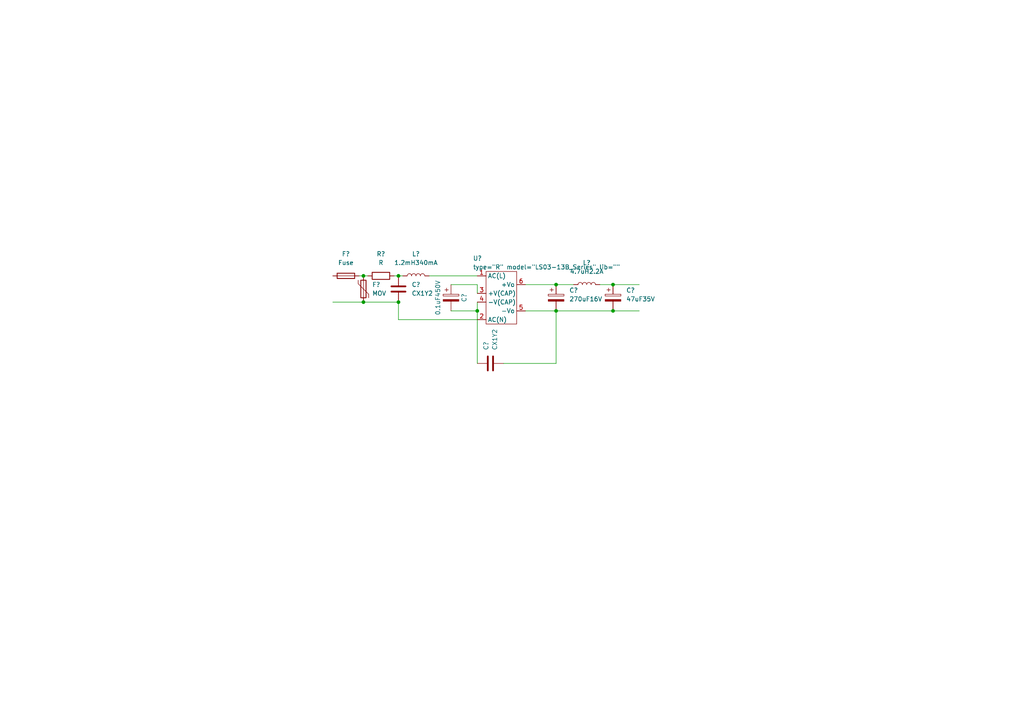
<source format=kicad_sch>
(kicad_sch (version 20211123) (generator eeschema)

  (uuid 5351dcba-0af2-4735-b476-123c2e2acf45)

  (paper "A4")

  (lib_symbols
    (symbol "Converter_ACDC:LS03-13B_Series" (in_bom yes) (on_board yes)
      (property "Reference" "U" (id 0) (at -7.62 -6.35 0)
        (effects (font (size 1.27 1.27)))
      )
      (property "Value" "LS03-13B_Series" (id 1) (at -12.7 8.89 0)
        (effects (font (size 1.27 1.27)))
      )
      (property "Footprint" "Converter_ACDC:Converter_ACDC_Mornsun_LS03-13B_series" (id 2) (at -17.78 20.32 0)
        (effects (font (size 1.27 1.27)) hide)
      )
      (property "Datasheet" "https://www.mornsun-power.com/html/pdf/LS03-13B15R3.html" (id 3) (at -15.24 16.51 0)
        (effects (font (size 1.27 1.27)) hide)
      )
      (property "Spice_Primitive" "R" (id 4) (at -7.62 -11.43 0)
        (effects (font (size 1.27 1.27)) hide)
      )
      (property "Spice_Netlist_Enabled" "N" (id 5) (at -7.62 -8.89 0)
        (effects (font (size 1.27 1.27)) hide)
      )
      (property "Link" "https://www.digikey.com/en/products/detail/mornsun-america-llc/LS03-13B15R3/13531044" (id 6) (at -16.51 12.7 0)
        (effects (font (size 1.27 1.27)) hide)
      )
      (symbol "LS03-13B_Series_0_1"
        (rectangle (start -17.78 7.62) (end -8.89 -7.62)
          (stroke (width 0) (type default) (color 0 0 0 0))
          (fill (type none))
        )
      )
      (symbol "LS03-13B_Series_1_1"
        (pin power_in line (at -20.32 6.35 0) (length 2.54)
          (name "AC(L)" (effects (font (size 1.27 1.27))))
          (number "1" (effects (font (size 1.27 1.27))))
        )
        (pin power_in line (at -20.32 -6.35 0) (length 2.54)
          (name "AC(N)" (effects (font (size 1.27 1.27))))
          (number "2" (effects (font (size 1.27 1.27))))
        )
        (pin passive line (at -20.32 1.27 0) (length 2.54)
          (name "+V(CAP)" (effects (font (size 1.27 1.27))))
          (number "3" (effects (font (size 1.27 1.27))))
        )
        (pin passive line (at -20.32 -1.27 0) (length 2.54)
          (name "-V(CAP)" (effects (font (size 1.27 1.27))))
          (number "4" (effects (font (size 1.27 1.27))))
        )
        (pin power_out line (at -6.35 -3.81 180) (length 2.54)
          (name "-Vo" (effects (font (size 1.27 1.27))))
          (number "5" (effects (font (size 1.27 1.27))))
        )
        (pin power_out line (at -6.35 3.81 180) (length 2.54)
          (name "+Vo" (effects (font (size 1.27 1.27))))
          (number "6" (effects (font (size 1.27 1.27))))
        )
      )
    )
    (symbol "Device:C" (pin_numbers hide) (pin_names (offset 0.254)) (in_bom yes) (on_board yes)
      (property "Reference" "C" (id 0) (at 0.635 2.54 0)
        (effects (font (size 1.27 1.27)) (justify left))
      )
      (property "Value" "C" (id 1) (at 0.635 -2.54 0)
        (effects (font (size 1.27 1.27)) (justify left))
      )
      (property "Footprint" "" (id 2) (at 0.9652 -3.81 0)
        (effects (font (size 1.27 1.27)) hide)
      )
      (property "Datasheet" "~" (id 3) (at 0 0 0)
        (effects (font (size 1.27 1.27)) hide)
      )
      (property "ki_keywords" "cap capacitor" (id 4) (at 0 0 0)
        (effects (font (size 1.27 1.27)) hide)
      )
      (property "ki_description" "Unpolarized capacitor" (id 5) (at 0 0 0)
        (effects (font (size 1.27 1.27)) hide)
      )
      (property "ki_fp_filters" "C_*" (id 6) (at 0 0 0)
        (effects (font (size 1.27 1.27)) hide)
      )
      (symbol "C_0_1"
        (polyline
          (pts
            (xy -2.032 -0.762)
            (xy 2.032 -0.762)
          )
          (stroke (width 0.508) (type default) (color 0 0 0 0))
          (fill (type none))
        )
        (polyline
          (pts
            (xy -2.032 0.762)
            (xy 2.032 0.762)
          )
          (stroke (width 0.508) (type default) (color 0 0 0 0))
          (fill (type none))
        )
      )
      (symbol "C_1_1"
        (pin passive line (at 0 3.81 270) (length 2.794)
          (name "~" (effects (font (size 1.27 1.27))))
          (number "1" (effects (font (size 1.27 1.27))))
        )
        (pin passive line (at 0 -3.81 90) (length 2.794)
          (name "~" (effects (font (size 1.27 1.27))))
          (number "2" (effects (font (size 1.27 1.27))))
        )
      )
    )
    (symbol "Device:C_Polarized" (pin_numbers hide) (pin_names (offset 0.254)) (in_bom yes) (on_board yes)
      (property "Reference" "C" (id 0) (at 0.635 2.54 0)
        (effects (font (size 1.27 1.27)) (justify left))
      )
      (property "Value" "C_Polarized" (id 1) (at 0.635 -2.54 0)
        (effects (font (size 1.27 1.27)) (justify left))
      )
      (property "Footprint" "" (id 2) (at 0.9652 -3.81 0)
        (effects (font (size 1.27 1.27)) hide)
      )
      (property "Datasheet" "~" (id 3) (at 0 0 0)
        (effects (font (size 1.27 1.27)) hide)
      )
      (property "ki_keywords" "cap capacitor" (id 4) (at 0 0 0)
        (effects (font (size 1.27 1.27)) hide)
      )
      (property "ki_description" "Polarized capacitor" (id 5) (at 0 0 0)
        (effects (font (size 1.27 1.27)) hide)
      )
      (property "ki_fp_filters" "CP_*" (id 6) (at 0 0 0)
        (effects (font (size 1.27 1.27)) hide)
      )
      (symbol "C_Polarized_0_1"
        (rectangle (start -2.286 0.508) (end 2.286 1.016)
          (stroke (width 0) (type default) (color 0 0 0 0))
          (fill (type none))
        )
        (polyline
          (pts
            (xy -1.778 2.286)
            (xy -0.762 2.286)
          )
          (stroke (width 0) (type default) (color 0 0 0 0))
          (fill (type none))
        )
        (polyline
          (pts
            (xy -1.27 2.794)
            (xy -1.27 1.778)
          )
          (stroke (width 0) (type default) (color 0 0 0 0))
          (fill (type none))
        )
        (rectangle (start 2.286 -0.508) (end -2.286 -1.016)
          (stroke (width 0) (type default) (color 0 0 0 0))
          (fill (type outline))
        )
      )
      (symbol "C_Polarized_1_1"
        (pin passive line (at 0 3.81 270) (length 2.794)
          (name "~" (effects (font (size 1.27 1.27))))
          (number "1" (effects (font (size 1.27 1.27))))
        )
        (pin passive line (at 0 -3.81 90) (length 2.794)
          (name "~" (effects (font (size 1.27 1.27))))
          (number "2" (effects (font (size 1.27 1.27))))
        )
      )
    )
    (symbol "Device:Fuse" (pin_numbers hide) (pin_names (offset 0)) (in_bom yes) (on_board yes)
      (property "Reference" "F" (id 0) (at 2.032 0 90)
        (effects (font (size 1.27 1.27)))
      )
      (property "Value" "Fuse" (id 1) (at -1.905 0 90)
        (effects (font (size 1.27 1.27)))
      )
      (property "Footprint" "" (id 2) (at -1.778 0 90)
        (effects (font (size 1.27 1.27)) hide)
      )
      (property "Datasheet" "~" (id 3) (at 0 0 0)
        (effects (font (size 1.27 1.27)) hide)
      )
      (property "ki_keywords" "fuse" (id 4) (at 0 0 0)
        (effects (font (size 1.27 1.27)) hide)
      )
      (property "ki_description" "Fuse" (id 5) (at 0 0 0)
        (effects (font (size 1.27 1.27)) hide)
      )
      (property "ki_fp_filters" "*Fuse*" (id 6) (at 0 0 0)
        (effects (font (size 1.27 1.27)) hide)
      )
      (symbol "Fuse_0_1"
        (rectangle (start -0.762 -2.54) (end 0.762 2.54)
          (stroke (width 0.254) (type default) (color 0 0 0 0))
          (fill (type none))
        )
        (polyline
          (pts
            (xy 0 2.54)
            (xy 0 -2.54)
          )
          (stroke (width 0) (type default) (color 0 0 0 0))
          (fill (type none))
        )
      )
      (symbol "Fuse_1_1"
        (pin passive line (at 0 3.81 270) (length 1.27)
          (name "~" (effects (font (size 1.27 1.27))))
          (number "1" (effects (font (size 1.27 1.27))))
        )
        (pin passive line (at 0 -3.81 90) (length 1.27)
          (name "~" (effects (font (size 1.27 1.27))))
          (number "2" (effects (font (size 1.27 1.27))))
        )
      )
    )
    (symbol "Device:L" (pin_numbers hide) (pin_names (offset 1.016) hide) (in_bom yes) (on_board yes)
      (property "Reference" "L" (id 0) (at -1.27 0 90)
        (effects (font (size 1.27 1.27)))
      )
      (property "Value" "L" (id 1) (at 1.905 0 90)
        (effects (font (size 1.27 1.27)))
      )
      (property "Footprint" "" (id 2) (at 0 0 0)
        (effects (font (size 1.27 1.27)) hide)
      )
      (property "Datasheet" "~" (id 3) (at 0 0 0)
        (effects (font (size 1.27 1.27)) hide)
      )
      (property "ki_keywords" "inductor choke coil reactor magnetic" (id 4) (at 0 0 0)
        (effects (font (size 1.27 1.27)) hide)
      )
      (property "ki_description" "Inductor" (id 5) (at 0 0 0)
        (effects (font (size 1.27 1.27)) hide)
      )
      (property "ki_fp_filters" "Choke_* *Coil* Inductor_* L_*" (id 6) (at 0 0 0)
        (effects (font (size 1.27 1.27)) hide)
      )
      (symbol "L_0_1"
        (arc (start 0 -2.54) (mid 0.635 -1.905) (end 0 -1.27)
          (stroke (width 0) (type default) (color 0 0 0 0))
          (fill (type none))
        )
        (arc (start 0 -1.27) (mid 0.635 -0.635) (end 0 0)
          (stroke (width 0) (type default) (color 0 0 0 0))
          (fill (type none))
        )
        (arc (start 0 0) (mid 0.635 0.635) (end 0 1.27)
          (stroke (width 0) (type default) (color 0 0 0 0))
          (fill (type none))
        )
        (arc (start 0 1.27) (mid 0.635 1.905) (end 0 2.54)
          (stroke (width 0) (type default) (color 0 0 0 0))
          (fill (type none))
        )
      )
      (symbol "L_1_1"
        (pin passive line (at 0 3.81 270) (length 1.27)
          (name "1" (effects (font (size 1.27 1.27))))
          (number "1" (effects (font (size 1.27 1.27))))
        )
        (pin passive line (at 0 -3.81 90) (length 1.27)
          (name "2" (effects (font (size 1.27 1.27))))
          (number "2" (effects (font (size 1.27 1.27))))
        )
      )
    )
    (symbol "Device:Polyfuse" (pin_numbers hide) (pin_names (offset 0)) (in_bom yes) (on_board yes)
      (property "Reference" "F" (id 0) (at -2.54 0 90)
        (effects (font (size 1.27 1.27)))
      )
      (property "Value" "Polyfuse" (id 1) (at 2.54 0 90)
        (effects (font (size 1.27 1.27)))
      )
      (property "Footprint" "" (id 2) (at 1.27 -5.08 0)
        (effects (font (size 1.27 1.27)) (justify left) hide)
      )
      (property "Datasheet" "~" (id 3) (at 0 0 0)
        (effects (font (size 1.27 1.27)) hide)
      )
      (property "ki_keywords" "resettable fuse PTC PPTC polyfuse polyswitch" (id 4) (at 0 0 0)
        (effects (font (size 1.27 1.27)) hide)
      )
      (property "ki_description" "Resettable fuse, polymeric positive temperature coefficient" (id 5) (at 0 0 0)
        (effects (font (size 1.27 1.27)) hide)
      )
      (property "ki_fp_filters" "*polyfuse* *PTC*" (id 6) (at 0 0 0)
        (effects (font (size 1.27 1.27)) hide)
      )
      (symbol "Polyfuse_0_1"
        (rectangle (start -0.762 2.54) (end 0.762 -2.54)
          (stroke (width 0.254) (type default) (color 0 0 0 0))
          (fill (type none))
        )
        (polyline
          (pts
            (xy 0 2.54)
            (xy 0 -2.54)
          )
          (stroke (width 0) (type default) (color 0 0 0 0))
          (fill (type none))
        )
        (polyline
          (pts
            (xy -1.524 2.54)
            (xy -1.524 1.524)
            (xy 1.524 -1.524)
            (xy 1.524 -2.54)
          )
          (stroke (width 0) (type default) (color 0 0 0 0))
          (fill (type none))
        )
      )
      (symbol "Polyfuse_1_1"
        (pin passive line (at 0 3.81 270) (length 1.27)
          (name "~" (effects (font (size 1.27 1.27))))
          (number "1" (effects (font (size 1.27 1.27))))
        )
        (pin passive line (at 0 -3.81 90) (length 1.27)
          (name "~" (effects (font (size 1.27 1.27))))
          (number "2" (effects (font (size 1.27 1.27))))
        )
      )
    )
    (symbol "Device:R" (pin_numbers hide) (pin_names (offset 0)) (in_bom yes) (on_board yes)
      (property "Reference" "R" (id 0) (at 2.032 0 90)
        (effects (font (size 1.27 1.27)))
      )
      (property "Value" "R" (id 1) (at 0 0 90)
        (effects (font (size 1.27 1.27)))
      )
      (property "Footprint" "" (id 2) (at -1.778 0 90)
        (effects (font (size 1.27 1.27)) hide)
      )
      (property "Datasheet" "~" (id 3) (at 0 0 0)
        (effects (font (size 1.27 1.27)) hide)
      )
      (property "ki_keywords" "R res resistor" (id 4) (at 0 0 0)
        (effects (font (size 1.27 1.27)) hide)
      )
      (property "ki_description" "Resistor" (id 5) (at 0 0 0)
        (effects (font (size 1.27 1.27)) hide)
      )
      (property "ki_fp_filters" "R_*" (id 6) (at 0 0 0)
        (effects (font (size 1.27 1.27)) hide)
      )
      (symbol "R_0_1"
        (rectangle (start -1.016 -2.54) (end 1.016 2.54)
          (stroke (width 0.254) (type default) (color 0 0 0 0))
          (fill (type none))
        )
      )
      (symbol "R_1_1"
        (pin passive line (at 0 3.81 270) (length 1.27)
          (name "~" (effects (font (size 1.27 1.27))))
          (number "1" (effects (font (size 1.27 1.27))))
        )
        (pin passive line (at 0 -3.81 90) (length 1.27)
          (name "~" (effects (font (size 1.27 1.27))))
          (number "2" (effects (font (size 1.27 1.27))))
        )
      )
    )
  )

  (junction (at 161.29 90.17) (diameter 0) (color 0 0 0 0)
    (uuid 0cfb2560-da52-4013-9806-f6f00d5b2289)
  )
  (junction (at 115.57 87.63) (diameter 0) (color 0 0 0 0)
    (uuid 31b63802-50ef-4b2a-a3f7-303cef573763)
  )
  (junction (at 177.8 90.17) (diameter 0) (color 0 0 0 0)
    (uuid 3f963920-a1b8-436b-b1d1-a1baaa1473c8)
  )
  (junction (at 161.29 82.55) (diameter 0) (color 0 0 0 0)
    (uuid 43cf2b5b-1992-4b98-a0fa-c3415c358618)
  )
  (junction (at 177.8 82.55) (diameter 0) (color 0 0 0 0)
    (uuid 6912bf5c-48ae-43de-bc31-5035f6de7243)
  )
  (junction (at 105.41 80.01) (diameter 0) (color 0 0 0 0)
    (uuid 74764cd9-f919-4ef8-a8f4-7d3e7d47e0be)
  )
  (junction (at 138.43 90.17) (diameter 0) (color 0 0 0 0)
    (uuid 97099c7a-9bbe-4f7a-9dc3-88d206e052c4)
  )
  (junction (at 115.57 80.01) (diameter 0) (color 0 0 0 0)
    (uuid 98b7cfa6-8153-4f4e-bdfc-9b7194d314cf)
  )
  (junction (at 105.41 87.63) (diameter 0) (color 0 0 0 0)
    (uuid f29a8a32-7b36-4aed-a462-2c83e2d9b8d3)
  )

  (wire (pts (xy 138.43 87.63) (xy 138.43 90.17))
    (stroke (width 0) (type default) (color 0 0 0 0))
    (uuid 0fc43d62-0505-47e0-bcd5-9729dcd7f6d0)
  )
  (wire (pts (xy 152.4 82.55) (xy 161.29 82.55))
    (stroke (width 0) (type default) (color 0 0 0 0))
    (uuid 1256a80e-88d9-44d7-82b6-9001e34c45c4)
  )
  (wire (pts (xy 116.84 80.01) (xy 115.57 80.01))
    (stroke (width 0) (type default) (color 0 0 0 0))
    (uuid 16b231d7-b9d4-4177-a9a6-63dd3e97768a)
  )
  (wire (pts (xy 105.41 87.63) (xy 115.57 87.63))
    (stroke (width 0) (type default) (color 0 0 0 0))
    (uuid 17013614-3290-4eb5-8d9a-c81f67195cc5)
  )
  (wire (pts (xy 146.05 105.41) (xy 161.29 105.41))
    (stroke (width 0) (type default) (color 0 0 0 0))
    (uuid 1ecccdd1-9e88-4392-aa86-bae8edfb8b63)
  )
  (wire (pts (xy 177.8 90.17) (xy 185.42 90.17))
    (stroke (width 0) (type default) (color 0 0 0 0))
    (uuid 284d29c5-8e8b-411c-b679-43793d070642)
  )
  (wire (pts (xy 96.52 87.63) (xy 105.41 87.63))
    (stroke (width 0) (type default) (color 0 0 0 0))
    (uuid 35e11628-7b19-4f5a-bbf6-7106dc26f4de)
  )
  (wire (pts (xy 161.29 90.17) (xy 177.8 90.17))
    (stroke (width 0) (type default) (color 0 0 0 0))
    (uuid 431b8317-0521-4853-9c8a-a9108749bb4b)
  )
  (wire (pts (xy 130.81 82.55) (xy 138.43 82.55))
    (stroke (width 0) (type default) (color 0 0 0 0))
    (uuid 4970e29f-d8cd-40a2-abbd-f11f2c8790d0)
  )
  (wire (pts (xy 138.43 92.71) (xy 115.57 92.71))
    (stroke (width 0) (type default) (color 0 0 0 0))
    (uuid 4a946e82-75cd-4757-b2d3-feac8dc1c785)
  )
  (wire (pts (xy 161.29 82.55) (xy 166.37 82.55))
    (stroke (width 0) (type default) (color 0 0 0 0))
    (uuid 4f1b274c-812a-4512-8225-1735439c0fa9)
  )
  (wire (pts (xy 104.14 80.01) (xy 105.41 80.01))
    (stroke (width 0) (type default) (color 0 0 0 0))
    (uuid 5be840f9-a4ff-48ff-92ab-333689b036f6)
  )
  (wire (pts (xy 177.8 82.55) (xy 185.42 82.55))
    (stroke (width 0) (type default) (color 0 0 0 0))
    (uuid 6263a6a7-6d6a-4c09-971b-07bef7f4e627)
  )
  (wire (pts (xy 161.29 105.41) (xy 161.29 90.17))
    (stroke (width 0) (type default) (color 0 0 0 0))
    (uuid 62f965a5-2813-42c4-bab0-447ff264928b)
  )
  (wire (pts (xy 152.4 90.17) (xy 161.29 90.17))
    (stroke (width 0) (type default) (color 0 0 0 0))
    (uuid 6929c0b4-f877-4780-8618-befd4f823f32)
  )
  (wire (pts (xy 124.46 80.01) (xy 138.43 80.01))
    (stroke (width 0) (type default) (color 0 0 0 0))
    (uuid 6ad184bb-e555-4ec6-927f-781cd197326b)
  )
  (wire (pts (xy 130.81 90.17) (xy 138.43 90.17))
    (stroke (width 0) (type default) (color 0 0 0 0))
    (uuid 873ecb98-fbe3-4440-b4a5-01213cac00fe)
  )
  (wire (pts (xy 138.43 90.17) (xy 138.43 105.41))
    (stroke (width 0) (type default) (color 0 0 0 0))
    (uuid 9769bda2-b45f-4471-99d9-9fb39214ae76)
  )
  (wire (pts (xy 138.43 85.09) (xy 138.43 82.55))
    (stroke (width 0) (type default) (color 0 0 0 0))
    (uuid bbdfd759-e28d-4009-900d-73ae966290c6)
  )
  (wire (pts (xy 115.57 92.71) (xy 115.57 87.63))
    (stroke (width 0) (type default) (color 0 0 0 0))
    (uuid bcfcc0a8-fa52-4804-9162-b79bc6498528)
  )
  (wire (pts (xy 115.57 80.01) (xy 114.3 80.01))
    (stroke (width 0) (type default) (color 0 0 0 0))
    (uuid bdde1417-5fbf-48f4-9a66-0068ea7cc27b)
  )
  (wire (pts (xy 105.41 80.01) (xy 106.68 80.01))
    (stroke (width 0) (type default) (color 0 0 0 0))
    (uuid c6882d8f-3281-47f3-8635-b5e4d1e3e926)
  )
  (wire (pts (xy 173.99 82.55) (xy 177.8 82.55))
    (stroke (width 0) (type default) (color 0 0 0 0))
    (uuid f5cd78fb-f7f5-421f-a72b-0b9a8c1f43d8)
  )

  (symbol (lib_id "Device:Fuse") (at 100.33 80.01 90) (unit 1)
    (in_bom yes) (on_board yes) (fields_autoplaced)
    (uuid 11a21cdf-5321-49ea-af3d-694e3555d343)
    (property "Reference" "F?" (id 0) (at 100.33 73.66 90))
    (property "Value" "Fuse" (id 1) (at 100.33 76.2 90))
    (property "Footprint" "" (id 2) (at 100.33 81.788 90)
      (effects (font (size 1.27 1.27)) hide)
    )
    (property "Datasheet" "https://www.belfuse.com/resources/datasheets/circuitprotection/ds-cp-rst-series.pdf" (id 3) (at 100.33 80.01 0)
      (effects (font (size 1.27 1.27)) hide)
    )
    (property "Link" "https://www.digikey.com/en/products/detail/bel-fuse-inc/RST-1-25-AMMO/814047" (id 4) (at 100.33 80.01 90)
      (effects (font (size 1.27 1.27)) hide)
    )
    (pin "1" (uuid 2877f860-02f1-4e35-af3d-e416d50336bb))
    (pin "2" (uuid c9d31f05-04e9-49d2-afc8-c724bf907fe6))
  )

  (symbol (lib_id "Device:C_Polarized") (at 177.8 86.36 0) (unit 1)
    (in_bom yes) (on_board yes) (fields_autoplaced)
    (uuid 219fa21d-d7c3-4d6c-b6a4-871c233fd4a2)
    (property "Reference" "C?" (id 0) (at 181.61 84.2009 0)
      (effects (font (size 1.27 1.27)) (justify left))
    )
    (property "Value" "47uF35V" (id 1) (at 181.61 86.7409 0)
      (effects (font (size 1.27 1.27)) (justify left))
    )
    (property "Footprint" "" (id 2) (at 178.7652 90.17 0)
      (effects (font (size 1.27 1.27)) hide)
    )
    (property "Datasheet" "https://www.we-online.com/katalog/datasheet/860240574004.pdf" (id 3) (at 177.8 86.36 0)
      (effects (font (size 1.27 1.27)) hide)
    )
    (property "Link" "https://www.digikey.com/en/products/detail/w%C3%BCrth-elektronik/860240574004/5727549" (id 4) (at 177.8 86.36 0)
      (effects (font (size 1.27 1.27)) hide)
    )
    (pin "1" (uuid a2a7ddcf-f69f-43ec-93d5-d648c7632131))
    (pin "2" (uuid a7f99af1-08d1-407d-912a-02209d10263f))
  )

  (symbol (lib_id "Device:C_Polarized") (at 130.81 86.36 0) (unit 1)
    (in_bom yes) (on_board yes)
    (uuid 388d8966-638c-432f-8675-ddd7061b8087)
    (property "Reference" "C?" (id 0) (at 134.62 86.36 90))
    (property "Value" "0.1uF450V" (id 1) (at 127 86.36 90))
    (property "Footprint" "" (id 2) (at 131.7752 90.17 0)
      (effects (font (size 1.27 1.27)) hide)
    )
    (property "Datasheet" "https://www.rubycon.co.jp/wp-content/uploads/catalog-aluminum/BXW.pdf" (id 3) (at 130.81 86.36 0)
      (effects (font (size 1.27 1.27)) hide)
    )
    (property "Link" "https://www.digikey.com/en/products/detail/rubycon/450BXW22MEFR12-5X20/5003146" (id 4) (at 130.81 86.36 90)
      (effects (font (size 1.27 1.27)) hide)
    )
    (pin "1" (uuid bd20a7bc-4226-415f-a010-4a81224c980d))
    (pin "2" (uuid 2a70ee4d-852f-45fb-a67e-1fc9a18ea1e3))
  )

  (symbol (lib_id "Converter_ACDC:LS03-13B_Series") (at 158.75 86.36 0) (unit 1)
    (in_bom yes) (on_board yes)
    (uuid 3f900e1c-243a-452f-a4c6-b71213929aaf)
    (property "Reference" "U?" (id 0) (at 137.16 74.93 0)
      (effects (font (size 1.27 1.27)) (justify left))
    )
    (property "Value" "LS03-13B_Series" (id 1) (at 137.16 77.47 0)
      (effects (font (size 1.27 1.27)) (justify left))
    )
    (property "Footprint" "Converter_ACDC:Converter_ACDC_Mornsun_LS03-13B_series" (id 2) (at 158.75 86.36 0)
      (effects (font (size 1.27 1.27)) hide)
    )
    (property "Datasheet" "https://www.mornsun-power.com/html/pdf/LS03-13B15R3.html" (id 3) (at 158.75 73.66 0)
      (effects (font (size 1.27 1.27)) hide)
    )
    (property "Spice_Primitive" "R" (id 4) (at 166.37 81.28 0)
      (effects (font (size 1.27 1.27)) hide)
    )
    (property "Spice_Netlist_Enabled" "N" (id 5) (at 166.37 78.74 0)
      (effects (font (size 1.27 1.27)) hide)
    )
    (property "Link" "https://www.digikey.com/en/products/detail/mornsun-america-llc/LS03-13B15R3/13531044" (id 6) (at 158.75 86.36 0)
      (effects (font (size 1.27 1.27)) hide)
    )
    (pin "1" (uuid 4ad6a916-2bb8-496f-a1ee-88df4f3d12f6))
    (pin "2" (uuid a9294731-47ff-485f-b3b2-ec4ae51f8d97))
    (pin "3" (uuid 43d84c3a-e49a-42f5-a0ac-fb57598bb92b))
    (pin "4" (uuid 5c269327-1ca6-4edc-abd9-f1245cf26a8a))
    (pin "5" (uuid 81504bf4-b9df-4433-82f3-0fc49120c2e6))
    (pin "6" (uuid f08bd964-2a54-475b-8403-f7aab298d98e))
  )

  (symbol (lib_id "Device:C") (at 115.57 83.82 0) (unit 1)
    (in_bom yes) (on_board yes) (fields_autoplaced)
    (uuid 4895f1ba-65a6-420c-ac37-9d3c8fad76f8)
    (property "Reference" "C?" (id 0) (at 119.38 82.5499 0)
      (effects (font (size 1.27 1.27)) (justify left))
    )
    (property "Value" "CX1Y2" (id 1) (at 119.38 85.0899 0)
      (effects (font (size 1.27 1.27)) (justify left))
    )
    (property "Footprint" "" (id 2) (at 116.5352 87.63 0)
      (effects (font (size 1.27 1.27)) hide)
    )
    (property "Datasheet" "https://www.vishay.com/docs/28535/vy2series.pdf" (id 3) (at 115.57 83.82 0)
      (effects (font (size 1.27 1.27)) hide)
    )
    (property "Field4" "https://www.digikey.com/en/products/detail/vishay-beyschlag-draloric-bc-components/VY2103M59Y5VS63V7/8503902" (id 4) (at 115.57 83.82 0)
      (effects (font (size 1.27 1.27)) hide)
    )
    (pin "1" (uuid f9c951df-2873-4383-b657-88200a61f2f3))
    (pin "2" (uuid ff04e505-ee2f-4aa5-8da6-795d50e389f5))
  )

  (symbol (lib_id "Device:L") (at 120.65 80.01 90) (unit 1)
    (in_bom yes) (on_board yes) (fields_autoplaced)
    (uuid 7b4e0206-a111-4521-a145-530f3fb98a2c)
    (property "Reference" "L?" (id 0) (at 120.65 73.66 90))
    (property "Value" "1.2mH340mA" (id 1) (at 120.65 76.2 90))
    (property "Footprint" "" (id 2) (at 120.65 80.01 0)
      (effects (font (size 1.27 1.27)) hide)
    )
    (property "Datasheet" "https://www.bourns.com/docs/Product-Datasheets/rlb.pdf" (id 3) (at 120.65 80.01 0)
      (effects (font (size 1.27 1.27)) hide)
    )
    (property "Link" "https://www.digikey.com/en/products/detail/bourns-inc/RLB1014-122KL/2352787" (id 4) (at 120.65 80.01 90)
      (effects (font (size 1.27 1.27)) hide)
    )
    (pin "1" (uuid 1daae2fb-00c1-4dba-8af2-9149a03edaa5))
    (pin "2" (uuid 73698fe3-9490-4bf7-af3f-d3eb04a550f5))
  )

  (symbol (lib_id "Device:C_Polarized") (at 161.29 86.36 0) (unit 1)
    (in_bom yes) (on_board yes) (fields_autoplaced)
    (uuid 933480fe-638a-4b60-989d-4c27c7b1f67c)
    (property "Reference" "C?" (id 0) (at 165.1 84.2009 0)
      (effects (font (size 1.27 1.27)) (justify left))
    )
    (property "Value" "270uF16V" (id 1) (at 165.1 86.7409 0)
      (effects (font (size 1.27 1.27)) (justify left))
    )
    (property "Footprint" "" (id 2) (at 162.2552 90.17 0)
      (effects (font (size 1.27 1.27)) hide)
    )
    (property "Datasheet" "https://www.chemi-con.co.jp/products/relatedfiles/capacitor/catalog/KZNLL-e.PDF" (id 3) (at 161.29 86.36 0)
      (effects (font (size 1.27 1.27)) hide)
    )
    (property "Link" "https://www.digikey.com/en/products/detail/united-chemi-con/EKZN160ELL271MF11D/4847229" (id 4) (at 161.29 86.36 0)
      (effects (font (size 1.27 1.27)) hide)
    )
    (pin "1" (uuid 4d6b941d-9565-4642-9872-7046b964b9fa))
    (pin "2" (uuid 44aa8b26-7753-4570-af00-3003ebe7d7ac))
  )

  (symbol (lib_id "Device:R") (at 110.49 80.01 90) (unit 1)
    (in_bom yes) (on_board yes) (fields_autoplaced)
    (uuid 9accf7be-dc99-4abf-a978-43036b88638a)
    (property "Reference" "R?" (id 0) (at 110.49 73.66 90))
    (property "Value" "R" (id 1) (at 110.49 76.2 90))
    (property "Footprint" "" (id 2) (at 110.49 81.788 90)
      (effects (font (size 1.27 1.27)) hide)
    )
    (property "Datasheet" "https://www.te.com/commerce/DocumentDelivery/DDEController?Action=srchrtrv&DocNm=1773242&DocType=DS&DocLang=English" (id 3) (at 110.49 80.01 0)
      (effects (font (size 1.27 1.27)) hide)
    )
    (property "Link" "https://www.digikey.com/en/products/detail/te-connectivity-passive-product/SMW212RJT/2366514" (id 4) (at 110.49 80.01 90)
      (effects (font (size 1.27 1.27)) hide)
    )
    (pin "1" (uuid 32dc6d8d-c273-4a1a-9b81-63a70aafcadd))
    (pin "2" (uuid 94912f67-2fb5-4e85-ab73-7301ec9b138c))
  )

  (symbol (lib_id "Device:L") (at 170.18 82.55 90) (unit 1)
    (in_bom yes) (on_board yes) (fields_autoplaced)
    (uuid a4d7147a-fc46-47ca-98be-46159682155d)
    (property "Reference" "L?" (id 0) (at 170.18 76.2 90))
    (property "Value" "4.7uH2.2A" (id 1) (at 170.18 78.74 90))
    (property "Footprint" "" (id 2) (at 170.18 82.55 0)
      (effects (font (size 1.27 1.27)) hide)
    )
    (property "Datasheet" "https://www.chilisin.com/upload/media/product/power/file/BWVS_Series.pdf" (id 3) (at 170.18 82.55 0)
      (effects (font (size 1.27 1.27)) hide)
    )
    (property "Link" "https://www.digikey.com/en/products/detail/pulse-electronics/BWVS005050204R7M00/12140985" (id 4) (at 170.18 82.55 90)
      (effects (font (size 1.27 1.27)) hide)
    )
    (pin "1" (uuid e4187d32-930c-4408-8e90-e3be1177acb9))
    (pin "2" (uuid 42c32e44-0170-4310-91de-bd73ab489e52))
  )

  (symbol (lib_id "Device:Polyfuse") (at 105.41 83.82 0) (unit 1)
    (in_bom yes) (on_board yes) (fields_autoplaced)
    (uuid eca0048b-2b09-428f-8b63-e3006d706758)
    (property "Reference" "F?" (id 0) (at 107.95 82.5499 0)
      (effects (font (size 1.27 1.27)) (justify left))
    )
    (property "Value" "MOV" (id 1) (at 107.95 85.0899 0)
      (effects (font (size 1.27 1.27)) (justify left))
    )
    (property "Footprint" "" (id 2) (at 106.68 88.9 0)
      (effects (font (size 1.27 1.27)) (justify left) hide)
    )
    (property "Datasheet" "https://www.tdk-electronics.tdk.com/inf/70/db/var/SIOV_Leaded_StandarD.pdf?ref_disty=digikey" (id 3) (at 105.41 83.82 0)
      (effects (font (size 1.27 1.27)) hide)
    )
    (property "Link" "https://www.digikey.com/en/products/detail/epcos-tdk-electronics/B72214S0351K101/3500928" (id 4) (at 105.41 83.82 0)
      (effects (font (size 1.27 1.27)) hide)
    )
    (pin "1" (uuid 5af1f514-5fc3-4e6e-ad3b-cc02ad2afdf5))
    (pin "2" (uuid 0a926468-4a89-491a-abe0-872f2f3e5a88))
  )

  (symbol (lib_id "Device:C") (at 142.24 105.41 90) (unit 1)
    (in_bom yes) (on_board yes)
    (uuid ee8eccf2-b8d9-4ae5-a903-7648ec10d0f9)
    (property "Reference" "C?" (id 0) (at 140.97 101.6 0)
      (effects (font (size 1.27 1.27)) (justify left))
    )
    (property "Value" "CX1Y2" (id 1) (at 143.5099 101.6 0)
      (effects (font (size 1.27 1.27)) (justify left))
    )
    (property "Footprint" "" (id 2) (at 146.05 104.4448 0)
      (effects (font (size 1.27 1.27)) hide)
    )
    (property "Datasheet" "https://www.vishay.com/docs/28535/vy2series.pdf" (id 3) (at 142.24 105.41 0)
      (effects (font (size 1.27 1.27)) hide)
    )
    (property "Field4" "https://www.digikey.com/en/products/detail/vishay-beyschlag-draloric-bc-components/VY2103M59Y5VS63V7/8503902" (id 4) (at 142.24 105.41 0)
      (effects (font (size 1.27 1.27)) hide)
    )
    (pin "1" (uuid aeb9a6ff-86e1-4a61-a4da-3ff1e6ef0d9d))
    (pin "2" (uuid 224376a8-427b-4602-be4a-50b961ad8b48))
  )
)

</source>
